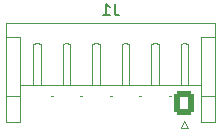
<source format=gbr>
%TF.GenerationSoftware,KiCad,Pcbnew,9.0.0*%
%TF.CreationDate,2025-03-13T20:31:58+01:00*%
%TF.ProjectId,Tasterplatine,54617374-6572-4706-9c61-74696e652e6b,1*%
%TF.SameCoordinates,Original*%
%TF.FileFunction,Legend,Bot*%
%TF.FilePolarity,Positive*%
%FSLAX46Y46*%
G04 Gerber Fmt 4.6, Leading zero omitted, Abs format (unit mm)*
G04 Created by KiCad (PCBNEW 9.0.0) date 2025-03-13 20:31:58*
%MOMM*%
%LPD*%
G01*
G04 APERTURE LIST*
G04 Aperture macros list*
%AMRoundRect*
0 Rectangle with rounded corners*
0 $1 Rounding radius*
0 $2 $3 $4 $5 $6 $7 $8 $9 X,Y pos of 4 corners*
0 Add a 4 corners polygon primitive as box body*
4,1,4,$2,$3,$4,$5,$6,$7,$8,$9,$2,$3,0*
0 Add four circle primitives for the rounded corners*
1,1,$1+$1,$2,$3*
1,1,$1+$1,$4,$5*
1,1,$1+$1,$6,$7*
1,1,$1+$1,$8,$9*
0 Add four rect primitives between the rounded corners*
20,1,$1+$1,$2,$3,$4,$5,0*
20,1,$1+$1,$4,$5,$6,$7,0*
20,1,$1+$1,$6,$7,$8,$9,0*
20,1,$1+$1,$8,$9,$2,$3,0*%
G04 Aperture macros list end*
%ADD10C,0.150000*%
%ADD11C,0.120000*%
%ADD12C,2.500000*%
%ADD13RoundRect,0.250000X0.600000X0.725000X-0.600000X0.725000X-0.600000X-0.725000X0.600000X-0.725000X0*%
%ADD14O,1.700000X1.950000*%
G04 APERTURE END LIST*
D10*
X59847333Y-70054819D02*
X59847333Y-70769104D01*
X59847333Y-70769104D02*
X59894952Y-70911961D01*
X59894952Y-70911961D02*
X59990190Y-71007200D01*
X59990190Y-71007200D02*
X60133047Y-71054819D01*
X60133047Y-71054819D02*
X60228285Y-71054819D01*
X58847333Y-71054819D02*
X59418761Y-71054819D01*
X59133047Y-71054819D02*
X59133047Y-70054819D01*
X59133047Y-70054819D02*
X59228285Y-70197676D01*
X59228285Y-70197676D02*
X59323523Y-70292914D01*
X59323523Y-70292914D02*
X59418761Y-70340533D01*
D11*
%TO.C,J1*%
X50654000Y-71690000D02*
X50654000Y-80110000D01*
X50654000Y-72910000D02*
X51874000Y-72910000D01*
X50654000Y-80110000D02*
X51874000Y-80110000D01*
X51874000Y-72910000D02*
X51874000Y-77910000D01*
X51874000Y-77910000D02*
X50654000Y-77910000D01*
X51874000Y-80110000D02*
X51874000Y-77910000D01*
X52944000Y-73490000D02*
X52944000Y-76910000D01*
X52944000Y-76910000D02*
X53264000Y-76910000D01*
X53264000Y-73410000D02*
X52944000Y-73490000D01*
X53264000Y-76910000D02*
X53584000Y-76910000D01*
X53584000Y-73490000D02*
X53264000Y-73410000D01*
X53584000Y-76910000D02*
X53584000Y-73490000D01*
X54594000Y-77910000D02*
X54434000Y-77910000D01*
X55444000Y-73490000D02*
X55444000Y-76910000D01*
X55444000Y-76910000D02*
X55764000Y-76910000D01*
X55764000Y-73410000D02*
X55444000Y-73490000D01*
X55764000Y-76910000D02*
X56084000Y-76910000D01*
X56084000Y-73490000D02*
X55764000Y-73410000D01*
X56084000Y-76910000D02*
X56084000Y-73490000D01*
X57094000Y-77910000D02*
X56934000Y-77910000D01*
X57944000Y-73490000D02*
X57944000Y-76910000D01*
X57944000Y-76910000D02*
X58264000Y-76910000D01*
X58264000Y-73410000D02*
X57944000Y-73490000D01*
X58264000Y-76910000D02*
X58584000Y-76910000D01*
X58584000Y-73490000D02*
X58264000Y-73410000D01*
X58584000Y-76910000D02*
X58584000Y-73490000D01*
X59594000Y-77910000D02*
X59434000Y-77910000D01*
X60444000Y-73490000D02*
X60444000Y-76910000D01*
X60444000Y-76910000D02*
X60764000Y-76910000D01*
X60764000Y-73410000D02*
X60444000Y-73490000D01*
X60764000Y-76910000D02*
X61084000Y-76910000D01*
X61084000Y-73490000D02*
X60764000Y-73410000D01*
X61084000Y-76910000D02*
X61084000Y-73490000D01*
X62094000Y-77910000D02*
X61934000Y-77910000D01*
X62944000Y-73490000D02*
X62944000Y-76910000D01*
X62944000Y-76910000D02*
X63264000Y-76910000D01*
X63264000Y-73410000D02*
X62944000Y-73490000D01*
X63264000Y-76910000D02*
X63584000Y-76910000D01*
X63584000Y-73490000D02*
X63264000Y-73410000D01*
X63584000Y-76910000D02*
X63584000Y-73490000D01*
X64594000Y-77910000D02*
X64434000Y-77910000D01*
X65444000Y-73490000D02*
X65444000Y-76910000D01*
X65444000Y-76910000D02*
X65764000Y-76910000D01*
X65464000Y-80600000D02*
X65764000Y-80000000D01*
X65764000Y-73410000D02*
X65444000Y-73490000D01*
X65764000Y-76910000D02*
X66084000Y-76910000D01*
X65764000Y-80000000D02*
X66064000Y-80600000D01*
X66064000Y-80600000D02*
X65464000Y-80600000D01*
X66084000Y-73490000D02*
X65764000Y-73410000D01*
X66084000Y-76910000D02*
X66084000Y-73490000D01*
X67154000Y-72910000D02*
X67154000Y-77910000D01*
X67154000Y-76910000D02*
X51874000Y-76910000D01*
X67154000Y-77910000D02*
X67154000Y-80110000D01*
X67154000Y-77910000D02*
X68374000Y-77910000D01*
X67154000Y-80110000D02*
X68374000Y-80110000D01*
X68374000Y-71690000D02*
X50654000Y-71690000D01*
X68374000Y-72910000D02*
X67154000Y-72910000D01*
X68374000Y-80110000D02*
X68374000Y-71690000D01*
%TD*%
%LPC*%
D12*
%TO.C,LA1*%
X51514000Y-60920000D03*
X61514000Y-60920000D03*
%TD*%
%TO.C,SW1*%
X46839000Y-78000000D03*
X44339000Y-75500000D03*
X46839000Y-73000000D03*
%TD*%
D13*
%TO.C,J1*%
X65764000Y-78500000D03*
D14*
X63264000Y-78500000D03*
X60764000Y-78500000D03*
X58264000Y-78500000D03*
X55764000Y-78500000D03*
X53264000Y-78500000D03*
%TD*%
%LPD*%
M02*

</source>
